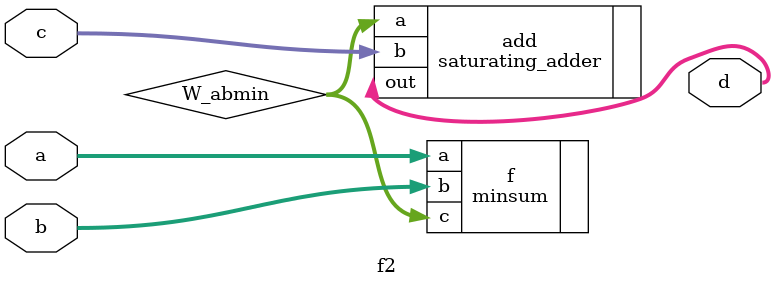
<source format=v>
`timescale 1ns / 1ps

module f2 #(parameter WIDTH = 10)(
    input [WIDTH-1:0]a,
    input [WIDTH-1:0]b,
    input [WIDTH-1:0]c,
    output [WIDTH-1:0]d
);

    localparam CEIL = {1'b0,{(WIDTH-1){1'b1}}};
	localparam FLOR = {1'b1,{(WIDTH-1){1'b0}}};
    wire [WIDTH-1:0]W_abmin;


    minsum #(.WIDTH(WIDTH)) f(.a(a),.b(b),.c(W_abmin)); //min
    saturating_adder #(.WIDTH(WIDTH)) add(.a(W_abmin),.b(c),.out(d)); //sum

endmodule
</source>
